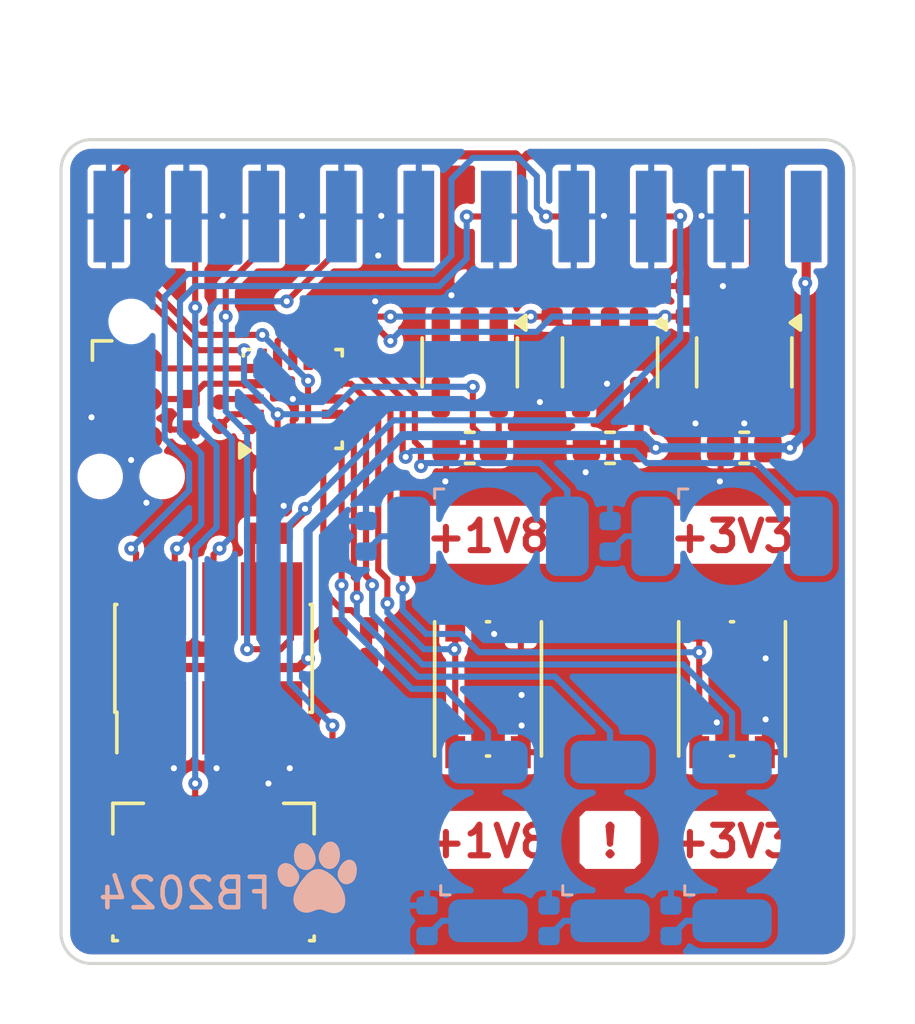
<source format=kicad_pcb>
(kicad_pcb (version 20240108) (generator "pcbnew") (generator_version "8.0")
  (layers (0 "F.Cu" signal) (31 "B.Cu" signal) (34 "B.Paste" user) (35 "F.Paste" user) (36 "B.SilkS" user "B.Silkscreen") (37 "F.SilkS" user "F.Silkscreen") (38 "B.Mask" user) (39 "F.Mask" user) (44 "Edge.Cuts" user))
  (net 0 "")
  (net 1 "+5V")
  (net 2 "GND")
  (net 3 "+3V3")
  (net 4 "/AIN_VCC")
  (net 5 "VCC")
  (net 6 "/UART_RX")
  (net 7 "/UART_TX")
  (net 10 "/JTAG_TMS")
  (net 11 "/JTAG_TCK")
  (net 12 "/JTAG_TDO")
  (net 14 "/JTAG_TDI")
  (net 15 "/RESET")
  (net 16 "Net-(D1-K)")
  (net 19 "/LED3")
  (net 20 "Net-(D2-K)")
  (net 21 "/LED4")
  (net 22 "Net-(D3-K)")
  (net 23 "/LED2")
  (net 24 "Net-(D4-K)")
  (net 25 "/LED1")
  (net 27 "/LED0")
  (net 28 "Net-(D5-K)")
  (net 29 "Net-(J3-Pin_5)")
  (net 30 "/STM32_SWDIO")
  (net 32 "/STM32_RESET")
  (net 33 "/STM32_SWCLK")
  (net 34 "/EN_1V8")
  (net 35 "/EN_3V3")
  (net 38 "/SW1")
  (net 39 "/SW0")
  (net 40 "Net-(U5-PB6)")
  (net 41 "Net-(U5-PB7)")
  (footprint "Connector_PinSocket_2.54mm:PinSocket_2x10_P2.54mm_Vertical_SMD" (layer "F.Cu") (at 162 96 -90)
    (property "Reference" "J3" (hide yes))
    (property "Value" "Conn_02x10_Odd_Even")
  )
  (footprint "Package_DFN_QFN:ST_UFQFPN-20_3x3mm_P0.5mm" (layer "F.Cu") (at 156.6 104.5 90)
    (property "Reference" "U5" (hide yes))
    (property "Value" "STM32C011F6Ux")
  )
  (footprint "Connector_PinHeader_1.27mm:PinHeader_2x05_P1.27mm_Vertical_SMD" (layer "F.Cu") (at 154 113 90)
    (property "Reference" "J2" (hide yes))
    (property "Value" "Conn_02x05_Odd_Even")
  )
  (footprint "Connector:Tag-Connect_TC2030-IDC-NL_2x03_P1.27mm_Vertical" (layer "F.Cu") (at 151.3 104.5 -90)
    (property "Reference" "J4" (hide yes))
    (property "Value" "TC2030-IDC-NL")
  )
  (footprint "balto:R_0402_Worthington" (layer "F.Cu") (at 165.1 101.3 90)
    (property "Reference" "R2" (hide yes))
    (property "Value" "10k")
  )
  (footprint "TestPoint:TestPoint_Pad_D1.0mm" (layer "F.Cu") (at 154.2 104.6 -90)
    (property "Reference" "TP1" (hide yes))
    (property "Value" "TestPoint")
  )
  (footprint "Capacitor_SMD:C_0603_1608Metric" (layer "F.Cu") (at 162.4 106.1 180)
    (property "Reference" "C7" (hide yes))
    (property "Value" "10u")
  )
  (footprint "balto:R_0402_Worthington" (layer "F.Cu") (at 158.6 112)
    (property "Reference" "R11" (hide yes))
    (property "Value" "100k")
  )
  (footprint "balto:R_0402_Worthington" (layer "F.Cu") (at 153.2 105 -90)
    (property "Reference" "R10" (hide yes))
    (property "Value" "10k")
  )
  (footprint "balto:R_0402_Worthington" (layer "F.Cu") (at 158.6 114 180)
    (property "Reference" "R12" (hide yes))
    (property "Value" "100k")
  )
  (footprint "balto:C_0402_Worthington" (layer "F.Cu") (at 162.9 100.8 180)
    (property "Reference" "C6" (hide yes))
    (property "Value" "1u")
  )
  (footprint "TestPoint:TestPoint_Pad_D1.0mm" (layer "F.Cu") (at 154.2 105.4 -90)
    (property "Reference" "TP2" (hide yes))
    (property "Value" "TestPoint")
  )
  (footprint "Capacitor_SMD:C_0603_1608Metric" (layer "F.Cu") (at 171.4 106.1 180)
    (property "Reference" "C2" (hide yes))
    (property "Value" "10u")
  )
  (footprint "Package_TO_SOT_SMD:SOT-23-5" (layer "F.Cu") (at 162.4 103.3 -90)
    (property "Reference" "U4" (hide yes))
    (property "Value" "TPS7A0333DBVR")
  )
  (footprint "Button_Switch_SMD:SW_Push_1P1T_NO_Vertical_Wuerth_434133025816" (layer "F.Cu") (at 163 114 90)
    (property "Reference" "SW1" (hide yes))
    (property "Value" "SW_Push")
  )
  (footprint "Package_TO_SOT_SMD:SOT-23-5" (layer "F.Cu") (at 171.4 103.3 -90)
    (property "Reference" "U1" (hide yes))
    (property "Value" "TPS7A0333DBVR")
  )
  (footprint "Package_TO_SOT_SMD:SOT-23-5" (layer "F.Cu") (at 167 103.3 -90)
    (property "Reference" "U2" (hide yes))
    (property "Value" "TPS7A0333DBVR")
  )
  (footprint "Capacitor_SMD:C_0603_1608Metric" (layer "F.Cu") (at 167 106.1 180)
    (property "Reference" "C4" (hide yes))
    (property "Value" "10u")
  )
  (footprint "balto:R_0402_Worthington" (layer "F.Cu") (at 155.8 108.9)
    (property "Reference" "R5" (hide yes))
    (property "Value" "10k")
  )
  (footprint "balto:R_0402_Worthington" (layer "F.Cu") (at 157.9 116.5 90)
    (property "Reference" "R6" (hide yes))
    (property "Value" "10k")
  )
  (footprint "balto:C_0402_Worthington" (layer "F.Cu") (at 171.9 100.8 180)
    (property "Reference" "C1" (hide yes))
    (property "Value" "1u")
  )
  (footprint "balto:EZmate-4" (layer "F.Cu") (at 154 120)
    (property "Reference" "J1" (hide yes))
    (property "Value" "EZmate-4")
  )
  (footprint "balto:R_0402_Worthington" (layer "F.Cu") (at 169.5 101.3 90)
    (property "Reference" "R3" (hide yes))
    (property "Value" "10k")
  )
  (footprint "balto:C_0402_Worthington" (layer "F.Cu") (at 158.6 113 180)
    (property "Reference" "C10" (hide yes))
    (property "Value" "100n")
  )
  (footprint "balto:C_0402_Worthington" (layer "F.Cu") (at 167.5 100.8 180)
    (property "Reference" "C3" (hide yes))
    (property "Value" "1u")
  )
  (footprint "Button_Switch_SMD:SW_Push_1P1T_NO_Vertical_Wuerth_434133025816" (layer "F.Cu") (at 171 114 90)
    (property "Reference" "SW2" (hide yes))
    (property "Value" "SW_Push")
  )
  (footprint "balto:C_0402_Worthington" (layer "F.Cu") (at 156.3 107.2)
    (property "Reference" "C5" (hide yes))
    (property "Value" "100n")
  )
  (footprint "balto:LED_AA3528" (layer "B.Cu") (at 167 119 90)
    (property "Reference" "D4" (hide yes))
    (property "Value" "Yellow")
  )
  (footprint "balto:LED_AA3528" (layer "B.Cu") (at 163 119 90)
    (property "Reference" "D5" (hide yes))
    (property "Value" "Green")
  )
  (footprint "balto:LED_AA3528" (layer "B.Cu") (at 171 119 90)
    (property "Reference" "D3" (hide yes))
    (property "Value" "Green")
  )
  (footprint "balto:R_0402_Worthington" (layer "B.Cu") (at 159 109 90)
    (property "Reference" "R4" (hide yes))
    (property "Value" "1k")
  )
  (footprint "balto:LED_AA3528" (layer "B.Cu") (at 163 109)
    (property "Reference" "D2" (hide yes))
    (property "Value" "Red")
  )
  (footprint "balto:R_0402_Worthington" (layer "B.Cu") (at 167 109 90)
    (property "Reference" "R1" (hide yes))
    (property "Value" "1k")
  )
  (footprint "balto:R_0402_Worthington" (layer "B.Cu") (at 169 121.6 90)
    (property "Reference" "R7" (hide yes))
    (property "Value" "1k")
  )
  (footprint "balto:R_0402_Worthington" (layer "B.Cu") (at 165 121.6 90)
    (property "Reference" "R8" (hide yes))
    (property "Value" "1k")
  )
  (footprint "balto:paw" (layer "B.Cu") (at 157.4 120.2 180)
    (property "Reference" "G***" (hide yes))
    (property "Value" "LOGO" (hide yes))
  )
  (footprint "balto:LED_AA3528" (layer "B.Cu") (at 171 109)
    (property "Reference" "D1" (hide yes))
    (property "Value" "Red")
  )
  (footprint "balto:R_0402_Worthington" (layer "B.Cu") (at 161 121.6 90)
    (property "Reference" "R9" (hide yes))
    (property "Value" "1k")
  )
  (gr_line (start 150 96) (end 174 96) (stroke (width 0.1)) (layer "Edge.Cuts"))
  (gr_arc (start 174 96) (mid 174.707107 96.292893) (end 175 97) (stroke (width 0.1)) (layer "Edge.Cuts"))
  (gr_line (start 149 122) (end 149 97) (stroke (width 0.1)) (layer "Edge.Cuts"))
  (gr_arc (start 175 122) (mid 174.707107 122.707107) (end 174 123) (stroke (width 0.1)) (layer "Edge.Cuts"))
  (gr_line (start 174 123) (end 150 123) (stroke (width 0.1)) (layer "Edge.Cuts"))
  (gr_line (start 175 97) (end 175 122) (stroke (width 0.1)) (layer "Edge.Cuts"))
  (gr_arc (start 150 123) (mid 149.292893 122.707107) (end 149 122) (stroke (width 0.1)) (layer "Edge.Cuts"))
  (gr_arc (start 149 97) (mid 149.292893 96.292893) (end 150 96) (stroke (width 0.1)) (layer "Edge.Cuts"))
  (gr_text "+3V3" (at 171 109 0) (layer "F.Cu") (effects (font (size 1 1) (thickness 0.2) (bold yes))))
  (gr_text "+1V8" (at 163 119 0) (layer "F.Cu") (effects (font (size 1 1) (thickness 0.2))))
  (gr_text "+1V8" (at 163 109 0) (layer "F.Cu") (effects (font (size 1 1) (thickness 0.2))))
  (gr_text "!" (at 167 119 0) (layer "F.Cu") (effects (font (size 1 1) (thickness 0.2) (bold yes))))
  (gr_text "+3V3" (at 171 119 0) (layer "F.Cu") (effects (font (size 1 1) (thickness 0.2) (bold yes))))
  (gr_text "FB2024" (at 156 120.7 0) (layer "B.SilkS") (effects (font (size 1 1)) (justify left mirror)))
  (segment (start 164.3 96.5) (end 164.1 96.7) (width 0.3) (layer "F.Cu") (net 1))
  (segment (start 163.9 96.5) (end 164.1 96.7) (width 0.3) (layer "F.Cu") (net 1))
  (segment (start 167.5 96.7) (end 167.3 96.5) (width 0.3) (layer "F.Cu") (net 1))
  (segment (start 163.35 102.1625) (end 163.35 100.85) (width 0.2) (layer "F.Cu") (net 1))
  (segment (start 150.57 97.43) (end 151.5 96.5) (width 0.3) (layer "F.Cu") (net 1))
  (segment (start 167.5 100.3) (end 168 100.8) (width 0.3) (layer "F.Cu") (net 1))
  (segment (start 172.35 100.85) (end 172.4 100.8) (width 0.2) (layer "F.Cu") (net 1))
  (segment (start 172.35 102.1625) (end 172.35 100.85) (width 0.2) (layer "F.Cu") (net 1))
  (segment (start 167.3 96.5) (end 164.3 96.5) (width 0.3) (layer "F.Cu") (net 1))
  (segment (start 163.9 96.5) (end 151.5 96.5) (width 0.3) (layer "F.Cu") (net 1))
  (segment (start 164.1 100.5) (end 163.8 100.8) (width 0.3) (layer "F.Cu") (net 1))
  (segment (start 163.35 102.95) (end 163.2 103.1) (width 0.2) (layer "F.Cu") (net 1))
  (segment (start 167.95 100.85) (end 168 100.8) (width 0.2) (layer "F.Cu") (net 1))
  (segment (start 171.4 96.5) (end 171.7 96.8) (width 0.3) (layer "F.Cu") (net 1))
  (segment (start 167.5 96.7) (end 167.5 100.3) (width 0.3) (layer "F.Cu") (net 1))
  (segment (start 171.7 96.8) (end 171.7 100.1) (width 0.3) (layer "F.Cu") (net 1))
  (segment (start 163.35 100.85) (end 163.4 100.8) (width 0.2) (layer "F.Cu") (net 1))
  (segment (start 161.6 103.1) (end 161.45 102.95) (width 0.2) (layer "F.Cu") (net 1))
  (segment (start 168 100.7) (end 168 100.8) (width 0.3) (layer "F.Cu") (net 1))
  (segment (start 161.45 102.95) (end 161.45 102.1625) (width 0.2) (layer "F.Cu") (net 1))
  (segment (start 163.8 100.8) (end 163.4 100.8) (width 0.3) (layer "F.Cu") (net 1))
  (segment (start 171.7 100.1) (end 172.4 100.8) (width 0.3) (layer "F.Cu") (net 1))
  (segment (start 164.1 96.7) (end 164.1 100.5) (width 0.3) (layer "F.Cu") (net 1))
  (segment (start 163.35 102.1625) (end 163.35 102.95) (width 0.2) (layer "F.Cu") (net 1))
  (segment (start 167.7 96.5) (end 171.4 96.5) (width 0.3) (layer "F.Cu") (net 1))
  (segment (start 167.95 102.1625) (end 167.95 100.85) (width 0.2) (layer "F.Cu") (net 1))
  (segment (start 167.5 96.7) (end 167.7 96.5) (width 0.3) (layer "F.Cu") (net 1))
  (segment (start 163.2 103.1) (end 161.6 103.1) (width 0.2) (layer "F.Cu") (net 1))
  (segment (start 150.57 98.52) (end 150.57 97.43) (width 0.3) (layer "F.Cu") (net 1))
  (segment (start 156.6 107) (end 156.8 107.2) (width 0.2) (layer "F.Cu") (net 2))
  (segment (start 156.3 107.7) (end 156.3 108) (width 0.2) (layer "F.Cu") (net 2))
  (segment (start 156.8 107.2) (end 156.3 107.7) (width 0.2) (layer "F.Cu") (net 2))
  (segment (start 156.6 105.8) (end 156.6 107) (width 0.2) (layer "F.Cu") (net 2))
  (via (at 151.8 107.9) (size 0.45) (drill 0.2) (layers "F.Cu" "B.Cu") (net 2))
  (via (at 172.1 113) (size 0.45) (drill 0.2) (layers "F.Cu" "B.Cu") (net 2))
  (via (at 166.8 98.5) (size 0.45) (drill 0.2) (layers "F.Cu" "B.Cu") (net 2))
  (via (at 161.8 101.1) (size 0.45) (drill 0.2) (layers "F.Cu" "B.Cu") (net 2))
  (via (at 154.3 98.5) (size 0.45) (drill 0.2) (layers "F.Cu" "B.Cu") (net 2))
  (via (at 159.3 101.3) (size 0.45) (drill 0.2) (layers "F.Cu" "B.Cu") (net 2))
  (via (at 161.6 107.2) (size 0.45) (drill 0.2) (layers "F.Cu" "B.Cu") (net 2))
  (via (at 151.9 98.5) (size 0.45) (drill 0.2) (layers "F.Cu" "B.Cu") (net 2))
  (via (at 166.2 106.9) (size 0.45) (drill 0.2) (layers "F.Cu" "B.Cu") (net 2))
  (via (at 155.8 117.1) (size 0.45) (drill 0.2) (layers "F.Cu" "B.Cu") (net 2))
  (via (at 159.5 98.5) (size 0.45) (drill 0.2) (layers "F.Cu" "B.Cu") (net 2))
  (via (at 156.6 104.5) (size 0.45) (drill 0.2) (layers "F.Cu" "B.Cu") (net 2))
  (via (at 156.9 98.5) (size 0.45) (drill 0.2) (layers "F.Cu" "B.Cu") (net 2))
  (via (at 152.7 116.6) (size 0.45) (drill 0.2) (layers "F.Cu" "B.Cu") (net 2))
  (via (at 170.5 115.1) (size 0.45) (drill 0.2) (layers "F.Cu" "B.Cu") (net 2))
  (via (at 159.4 99.8) (size 0.45) (drill 0.2) (layers "F.Cu" "B.Cu") (net 2))
  (via (at 170.6 107.2) (size 0.45) (drill 0.2) (layers "F.Cu" "B.Cu") (net 2))
  (via (at 151.3 106.5) (size 0.45) (drill 0.2) (layers "F.Cu" "B.Cu") (net 2))
  (via (at 154.1 116.6) (size 0.45) (drill 0.2) (layers "F.Cu" "B.Cu") (net 2))
  (via (at 156.3 108) (size 0.45) (drill 0.2) (layers "F.Cu" "B.Cu") (net 2))
  (via (at 164.1 115.2) (size 0.45) (drill 0.2) (layers "F.Cu" "B.Cu") (net 2))
  (via (at 169.8 105.3) (size 0.45) (drill 0.2) (layers "F.Cu" "B.Cu") (net 2))
  (via (at 156.5 116.6) (size 0.45) (drill 0.2) (layers "F.Cu" "B.Cu") (net 2))
  (via (at 164.1 114.2) (size 0.45) (drill 0.2) (layers "F.Cu" "B.Cu") (net 2))
  (via (at 166.9 104) (size 0.45) (drill 0.2) (layers "F.Cu" "B.Cu") (net 2))
  (via (at 170 98.5) (size 0.45) (drill 0.2) (layers "F.Cu" "B.Cu") (net 2))
  (via (at 150 105.1) (size 0.45) (drill 0.2) (layers "F.Cu" "B.Cu") (net 2))
  (via (at 170.7 100.8) (size 0.45) (drill 0.2) (layers "F.Cu" "B.Cu") (net 2))
  (via (at 172.1 115) (size 0.45) (drill 0.2) (layers "F.Cu" "B.Cu") (net 2))
  (via (at 163.2 112.2) (size 0.45) (drill 0.2) (layers "F.Cu" "B.Cu") (net 2))
  (via (at 164.7 104.6) (size 0.45) (drill 0.2) (layers "F.Cu" "B.Cu") (net 2))
  (via (at 171.4 105.3) (size 0.45) (drill 0.2) (layers "F.Cu" "B.Cu") (net 2))
  (segment (start 162.5 104.1) (end 162.5 105.425) (width 0.2) (layer "F.Cu") (net 3))
  (segment (start 150.4 101.4) (end 150.4 102.965) (width 0.2) (layer "F.Cu") (net 3))
  (segment (start 153.5 102.9) (end 151.7 101.1) (width 0.2) (layer "F.Cu") (net 3))
  (segment (start 156.1 105.8) (end 156.1 106.9) (width 0.2) (layer "F.Cu") (net 3))
  (segment (start 156.1 105) (end 156.1 105.8) (width 0.2) (layer "F.Cu") (net 3))
  (segment (start 163.35 105.925) (end 163.175 106.1) (width 0.2) (layer "F.Cu") (net 3))
  (segment (start 156.1 106.9) (end 155.8 107.2) (width 0.2) (layer "F.Cu") (net 3))
  (segment (start 155 102.9) (end 153.5 102.9) (width 0.2) (layer "F.Cu") (net 3))
  (segment (start 150.4 102.965) (end 150.665 103.23) (width 0.2) (layer "F.Cu") (net 3))
  (segment (start 162.5 105.425) (end 163.175 106.1) (width 0.2) (layer "F.Cu") (net 3))
  (segment (start 163.35 104.4375) (end 163.35 105.925) (width 0.2) (layer "F.Cu") (net 3))
  (segment (start 151.7 101.1) (end 150.7 101.1) (width 0.2) (layer "F.Cu") (net 3))
  (segment (start 150.7 101.1) (end 150.4 101.4) (width 0.2) (layer "F.Cu") (net 3))
  (via (at 156.1 105) (size 0.45) (drill 0.2) (layers "F.Cu" "B.Cu") (net 3))
  (via (at 162.5 104.1) (size 0.45) (drill 0.2) (layers "F.Cu" "B.Cu") (net 3))
  (via (at 155 102.9) (size 0.45) (drill 0.2) (layers "F.Cu" "B.Cu") (net 3))
  (segment (start 156.1 105) (end 155 103.9) (width 0.2) (layer "B.Cu") (net 3))
  (segment (start 155 103.9) (end 155 102.9) (width 0.2) (layer "B.Cu") (net 3))
  (segment (start 162.5 104.1) (end 158.65 104.1) (width 0.2) (layer "B.Cu") (net 3))
  (segment (start 157.75 105) (end 156.1 105) (width 0.2) (layer "B.Cu") (net 3))
  (segment (start 158.65 104.1) (end 157.75 105) (width 0.2) (layer "B.Cu") (net 3))
  (segment (start 159.1 114) (end 159.1 113) (width 0.2) (layer "F.Cu") (net 4))
  (segment (start 157.6 105.975) (end 157.6 110.8) (width 0.2) (layer "F.Cu") (net 4))
  (segment (start 159.1 113) (end 159.1 112) (width 0.2) (layer "F.Cu") (net 4))
  (segment (start 157.6 110.8) (end 158.218198 111.418198) (width 0.2) (layer "F.Cu") (net 4))
  (segment (start 158.518198 111.418198) (end 159.1 112) (width 0.2) (layer "F.Cu") (net 4))
  (segment (start 158.218198 111.418198) (end 158.518198 111.418198) (width 0.2) (layer "F.Cu") (net 4))
  (segment (start 152.3 113.3) (end 156.8 113.3) (width 0.3) (layer "F.Cu") (net 5))
  (segment (start 167.95 104.4375) (end 167.95 105.925) (width 0.3) (layer "F.Cu") (net 5))
  (segment (start 172.175 106.1) (end 172.9 106.1) (width 0.3) (layer "F.Cu") (net 5))
  (segment (start 151.46 116.46) (end 152.2 117.2) (width 0.3) (layer "F.Cu") (net 5))
  (segment (start 152.2 117.2) (end 152.2 117.915) (width 0.3) (layer "F.Cu") (net 5))
  (segment (start 167.775 106.1) (end 168.5 106.1) (width 0.3) (layer "F.Cu") (net 5))
  (segment (start 151.46 114.95) (end 151.46 114.14) (width 0.3) (layer "F.Cu") (net 5))
  (segment (start 156.8 113.3) (end 157.1 113) (width 0.3) (layer "F.Cu") (net 5))
  (segment (start 172.35 104.4375) (end 172.35 105.925) (width 0.3) (layer "F.Cu") (net 5))
  (segment (start 151.46 114.14) (end 152.3 113.3) (width 0.3) (layer "F.Cu") (net 5))
  (segment (start 173.43 98.52) (end 173.43 100.67) (width 0.3) (layer "F.Cu") (net 5))
  (segment (start 157.1 112.5) (end 157.6 112) (width 0.3) (layer "F.Cu") (net 5))
  (segment (start 157.1 113) (end 157.1 112.5) (width 0.3) (layer "F.Cu") (net 5))
  (segment (start 157.6 112) (end 158.1 112) (width 0.3) (layer "F.Cu") (net 5))
  (segment (start 167.95 105.925) (end 167.775 106.1) (width 0.3) (layer "F.Cu") (net 5))
  (segment (start 151.46 114.95) (end 151.46 116.46) (width 0.3) (layer "F.Cu") (net 5))
  (segment (start 173.43 100.67) (end 173.4 100.7) (width 0.3) (layer "F.Cu") (net 5))
  (segment (start 172.35 105.925) (end 172.175 106.1) (width 0.3) (layer "F.Cu") (net 5))
  (via (at 157.1 113) (size 0.45) (drill 0.2) (layers "F.Cu" "B.Cu") (net 5))
  (via (at 168.5 106.1) (size 0.45) (drill 0.2) (layers "F.Cu" "B.Cu") (net 5))
  (via (at 172.9 106.1) (size 0.45) (drill 0.2) (layers "F.Cu" "B.Cu") (net 5))
  (via (at 173.4 100.7) (size 0.45) (drill 0.2) (layers "F.Cu" "B.Cu") (net 5))
  (segment (start 172.9 106.1) (end 168.5 106.1) (width 0.3) (layer "B.Cu") (net 5))
  (segment (start 157.1 108.8) (end 157.1 113) (width 0.3) (layer "B.Cu") (net 5))
  (segment (start 172.9 106.1) (end 173.4 105.6) (width 0.3) (layer "B.Cu") (net 5))
  (segment (start 168.5 106.1) (end 168.1 105.7) (width 0.3) (layer "B.Cu") (net 5))
  (segment (start 173.4 105.6) (end 173.4 100.7) (width 0.3) (layer "B.Cu") (net 5))
  (segment (start 168.1 105.7) (end 160.2 105.7) (width 0.3) (layer "B.Cu") (net 5))
  (segment (start 160.2 105.7) (end 157.1 108.8) (width 0.3) (layer "B.Cu") (net 5))
  (segment (start 153.4 101.5) (end 153.4 99.78) (width 0.2) (layer "F.Cu") (net 6))
  (segment (start 153.4 99.78) (end 153.11 99.49) (width 0.2) (layer "F.Cu") (net 6))
  (segment (start 153.11 99.49) (end 153.11 98.52) (width 0.2) (layer "F.Cu") (net 6))
  (segment (start 153.4 117.915) (end 153.4 117.1) (width 0.2) (layer "F.Cu") (net 6))
  (via (at 153.4 101.5) (size 0.45) (drill 0.2) (layers "F.Cu" "B.Cu") (net 6))
  (via (at 153.4 117.1) (size 0.45) (drill 0.2) (layers "F.Cu" "B.Cu") (net 6))
  (segment (start 153.4 109.4) (end 154.1 108.7) (width 0.2) (layer "B.Cu") (net 6))
  (segment (start 154.1 106.05) (end 153.4 105.35) (width 0.2) (layer "B.Cu") (net 6))
  (segment (start 153.4 117.1) (end 153.4 109.4) (width 0.2) (layer "B.Cu") (net 6))
  (segment (start 153.4 105.35) (end 153.4 101.5) (width 0.2) (layer "B.Cu") (net 6))
  (segment (start 154.1 108.7) (end 154.1 106.05) (width 0.2) (layer "B.Cu") (net 6))
  (segment (start 154.6 118.1) (end 155.1 118.6) (width 0.2) (layer "F.Cu") (net 7))
  (segment (start 155.1 118.6) (end 156.3 118.6) (width 0.2) (layer "F.Cu") (net 7))
  (segment (start 156.3 118.6) (end 157.9 117) (width 0.2) (layer "F.Cu") (net 7))
  (segment (start 154.6 117.915) (end 154.6 118.1) (width 0.2) (layer "F.Cu") (net 7))
  (segment (start 151.3 109.4) (end 151.46 109.56) (width 0.2) (layer "F.Cu") (net 10))
  (segment (start 151.46 109.56) (end 151.46 111.05) (width 0.2) (layer "F.Cu") (net 10))
  (segment (start 164.9 98.52) (end 165.81 98.52) (width 0.2) (layer "F.Cu") (net 10))
  (via (at 151.3 109.4) (size 0.45) (drill 0.2) (layers "F.Cu" "B.Cu") (net 10))
  (via (at 164.9 98.52) (size 0.45) (drill 0.2) (layers "F.Cu" "B.Cu") (net 10))
  (segment (start 162.5 96.6) (end 164 96.6) (width 0.2) (layer "B.Cu") (net 10))
  (segment (start 153.2 106.6) (end 152.4 105.8) (width 0.2) (layer "B.Cu") (net 10))
  (segment (start 161.8 97.3) (end 162.5 96.6) (width 0.2) (layer "B.Cu") (net 10))
  (segment (start 161.2 100.4) (end 161.8 99.8) (width 0.2) (layer "B.Cu") (net 10))
  (segment (start 151.3 109.4) (end 153.2 107.5) (width 0.2) (layer "B.Cu") (net 10))
  (segment (start 164 96.6) (end 164.6 97.2) (width 0.2) (layer "B.Cu") (net 10))
  (segment (start 152.4 105.8) (end 152.4 101.15) (width 0.2) (layer "B.Cu") (net 10))
  (segment (start 153.2 107.5) (end 153.2 106.6) (width 0.2) (layer "B.Cu") (net 10))
  (segment (start 164.6 97.2) (end 164.6 98.22) (width 0.2) (layer "B.Cu") (net 10))
  (segment (start 152.4 101.15) (end 153.15 100.4) (width 0.2) (layer "B.Cu") (net 10))
  (segment (start 164.6 98.22) (end 164.9 98.52) (width 0.2) (layer "B.Cu") (net 10))
  (segment (start 153.15 100.4) (end 161.2 100.4) (width 0.2) (layer "B.Cu") (net 10))
  (segment (start 161.8 99.8) (end 161.8 97.3) (width 0.2) (layer "B.Cu") (net 10))
  (segment (start 152.73 109.47) (end 152.73 111.05) (width 0.2) (layer "F.Cu") (net 11))
  (segment (start 152.8 109.4) (end 152.73 109.47) (width 0.2) (layer "F.Cu") (net 11))
  (segment (start 162.3 98.52) (end 163.27 98.52) (width 0.2) (layer "F.Cu") (net 11))
  (via (at 162.3 98.52) (size 0.45) (drill 0.2) (layers "F.Cu" "B.Cu") (net 11))
  (via (at 152.8 109.4) (size 0.45) (drill 0.2) (layers "F.Cu" "B.Cu") (net 11))
  (segment (start 152.9 105.6) (end 153.6 106.3) (width 0.2) (layer "B.Cu") (net 11))
  (segment (start 161.4 100.8) (end 153.4 100.8) (width 0.2) (layer "B.Cu") (net 11))
  (segment (start 153.6 106.3) (end 153.6 108.6) (width 0.2) (layer "B.Cu") (net 11))
  (segment (start 153.4 100.8) (end 152.9 101.3) (width 0.2) (layer "B.Cu") (net 11))
  (segment (start 162.3 99.9) (end 161.4 100.8) (width 0.2) (layer "B.Cu") (net 11))
  (segment (start 153.6 108.6) (end 152.8 109.4) (width 0.2) (layer "B.Cu") (net 11))
  (segment (start 152.9 101.3) (end 152.9 105.6) (width 0.2) (layer "B.Cu") (net 11))
  (segment (start 162.3 98.52) (end 162.3 99.9) (width 0.2) (layer "B.Cu") (net 11))
  (segment (start 158.19 99.51) (end 158.19 98.52) (width 0.2) (layer "F.Cu") (net 12))
  (segment (start 154 109.6) (end 154.2 109.4) (width 0.2) (layer "F.Cu") (net 12))
  (segment (start 156.4 101.3) (end 158.19 99.51) (width 0.2) (layer "F.Cu") (net 12))
  (segment (start 154 111.05) (end 154 109.6) (width 0.2) (layer "F.Cu") (net 12))
  (via (at 154.2 109.4) (size 0.45) (drill 0.2) (layers "F.Cu" "B.Cu") (net 12))
  (via (at 156.4 101.3) (size 0.45) (drill 0.2) (layers "F.Cu" "B.Cu") (net 12))
  (segment (start 154.6 109) (end 154.6 105.8) (width 0.2) (layer "B.Cu") (net 12))
  (segment (start 153.9 101.525) (end 154.125 101.3) (width 0.2) (layer "B.Cu") (net 12))
  (segment (start 154.2 109.4) (end 154.6 109) (width 0.2) (layer "B.Cu") (net 12))
  (segment (start 153.9 105.1) (end 153.9 101.525) (width 0.2) (layer "B.Cu") (net 12))
  (segment (start 154.6 105.8) (end 153.9 105.1) (width 0.2) (layer "B.Cu") (net 12))
  (segment (start 154.125 101.3) (end 156.4 101.3) (width 0.2) (layer "B.Cu") (net 12))
  (segment (start 155.27 111.05) (end 155.27 108.93) (width 0.2) (layer "F.Cu") (net 14))
  (segment (start 155.27 108.93) (end 155.3 108.9) (width 0.2) (layer "F.Cu") (net 14))
  (segment (start 155.1 112.7) (end 156.2 112.7) (width 0.2) (layer "F.Cu") (net 15))
  (segment (start 156.2 112.7) (end 156.54 112.36) (width 0.2) (layer "F.Cu") (net 15))
  (segment (start 154.4 100.8) (end 155.65 99.55) (width 0.2) (layer "F.Cu") (net 15))
  (segment (start 155.65 99.55) (end 155.65 98.52) (width 0.2) (layer "F.Cu") (net 15))
  (segment (start 156.54 112.36) (end 156.54 111.05) (width 0.2) (layer "F.Cu") (net 15))
  (segment (start 154.4 101.8) (end 154.4 100.8) (width 0.2) (layer "F.Cu") (net 15))
  (via (at 154.4 101.8) (size 0.45) (drill 0.2) (layers "F.Cu" "B.Cu") (net 15))
  (via (at 155.1 112.7) (size 0.45) (drill 0.2) (layers "F.Cu" "B.Cu") (net 15))
  (segment (start 154.4 104.9) (end 154.4 101.8) (width 0.2) (layer "B.Cu") (net 15))
  (segment (start 155.1 105.6) (end 154.4 104.9) (width 0.2) (layer "B.Cu") (net 15))
  (segment (start 155.1 112.7) (end 155.1 105.6) (width 0.2) (layer "B.Cu") (net 15))
  (segment (start 168.4 109) (end 167.5 109) (width 0.2) (layer "B.Cu") (net 16))
  (segment (start 167.5 109) (end 167 109.5) (width 0.2) (layer "B.Cu") (net 16))
  (segment (start 160.2 104.5) (end 158.725 103.025) (width 0.2) (layer "F.Cu") (net 19))
  (segment (start 160.3 106.4) (end 160.2 106.3) (width 0.2) (layer "F.Cu") (net 19))
  (segment (start 160.2 106.3) (end 160.2 104.5) (width 0.2) (layer "F.Cu") (net 19))
  (segment (start 158.725 103.025) (end 157.6 103.025) (width 0.2) (layer "F.Cu") (net 19))
  (via (at 160.3 106.4) (size 0.45) (drill 0.2) (layers "F.Cu" "B.Cu") (net 19))
  (segment (start 173.6 108.4) (end 173.6 109) (width 0.2) (layer "B.Cu") (net 19))
  (segment (start 160.3 106.4) (end 160.5 106.2) (width 0.2) (layer "B.Cu") (net 19))
  (segment (start 167.8 106.2) (end 168.2 106.6) (width 0.2) (layer "B.Cu") (net 19))
  (segment (start 171.8 106.6) (end 173.6 108.4) (width 0.2) (layer "B.Cu") (net 19))
  (segment (start 160.5 106.2) (end 167.8 106.2) (width 0.2) (layer "B.Cu") (net 19))
  (segment (start 168.2 106.6) (end 171.8 106.6) (width 0.2) (layer "B.Cu") (net 19))
  (segment (start 159.5 109) (end 159 109.5) (width 0.2) (layer "B.Cu") (net 20))
  (segment (start 160.4 109) (end 159.5 109) (width 0.2) (layer "B.Cu") (net 20))
  (segment (start 160.8 106.7) (end 160.8 106.1) (width 0.2) (layer "F.Cu") (net 21))
  (segment (start 157.1 102.8) (end 157.1 103.2) (width 0.2) (layer "F.Cu") (net 21))
  (segment (start 160.8 106.1) (end 160.6 105.9) (width 0.2) (layer "F.Cu") (net 21))
  (segment (start 158.85 102.6) (end 157.3 102.6) (width 0.2) (layer "F.Cu") (net 21))
  (segment (start 160.6 104.35) (end 158.85 102.6) (width 0.2) (layer "F.Cu") (net 21))
  (segment (start 160.6 105.9) (end 160.6 104.35) (width 0.2) (layer "F.Cu") (net 21))
  (segment (start 157.3 102.6) (end 157.1 102.8) (width 0.2) (layer "F.Cu") (net 21))
  (via (at 160.8 106.7) (size 0.45) (drill 0.2) (layers "F.Cu" "B.Cu") (net 21))
  (segment (start 165.6 107.5) (end 165.6 109) (width 0.2) (layer "B.Cu") (net 21))
  (segment (start 164.7 106.6) (end 165.6 107.5) (width 0.2) (layer "B.Cu") (net 21))
  (segment (start 160.9 106.6) (end 164.7 106.6) (width 0.2) (layer "B.Cu") (net 21))
  (segment (start 160.8 106.7) (end 160.9 106.6) (width 0.2) (layer "B.Cu") (net 21))
  (segment (start 169.5 121.6) (end 169 122.1) (width 0.2) (layer "B.Cu") (net 22))
  (segment (start 171 121.6) (end 169.5 121.6) (width 0.2) (layer "B.Cu") (net 22))
  (segment (start 159 110.3) (end 159.2 110.5) (width 0.2) (layer "F.Cu") (net 23))
  (segment (start 158.4 104.5) (end 159 105.1) (width 0.2) (layer "F.Cu") (net 23))
  (segment (start 157.9 104.5) (end 158.4 104.5) (width 0.2) (layer "F.Cu") (net 23))
  (segment (start 159 105.1) (end 159 110.3) (width 0.2) (layer "F.Cu") (net 23))
  (segment (start 159.2 110.5) (end 159.2 110.6) (width 0.2) (layer "F.Cu") (net 23))
  (via (at 159.2 110.6) (size 0.45) (drill 0.2) (layers "F.Cu" "B.Cu") (net 23))
  (segment (start 171 116.4) (end 171 114.8) (width 0.2) (layer "B.Cu") (net 23))
  (segment (start 159.2 111.55) (end 159.2 110.6) (width 0.2) (layer "B.Cu") (net 23))
  (segment (start 171 114.8) (end 169.4 113.2) (width 0.2) (layer "B.Cu") (net 23))
  (segment (start 169.4 113.2) (end 160.85 113.2) (width 0.2) (layer "B.Cu") (net 23))
  (segment (start 160.85 113.2) (end 159.2 111.55) (width 0.2) (layer "B.Cu") (net 23))
  (segment (start 167 121.6) (end 165.5 121.6) (width 0.2) (layer "B.Cu") (net 24))
  (segment (start 165.5 121.6) (end 165 122.1) (width 0.2) (layer "B.Cu") (net 24))
  (segment (start 158.6 110.335095) (end 158.6 105.3) (width 0.2) (layer "F.Cu") (net 25))
  (segment (start 158.6 105.3) (end 158.3 105) (width 0.2) (layer "F.Cu") (net 25))
  (segment (start 158.7 111) (end 158.7 110.435095) (width 0.2) (layer "F.Cu") (net 25))
  (segment (start 158.7 110.435095) (end 158.6 110.335095) (width 0.2) (layer "F.Cu") (net 25))
  (segment (start 158.3 105) (end 157.9 105) (width 0.2) (layer "F.Cu") (net 25))
  (via (at 158.7 111) (size 0.45) (drill 0.2) (layers "F.Cu" "B.Cu") (net 25))
  (segment (start 165.2 113.6) (end 167 115.4) (width 0.2) (layer "B.Cu") (net 25))
  (segment (start 160.7 113.6) (end 165.2 113.6) (width 0.2) (layer "B.Cu") (net 25))
  (segment (start 167 115.4) (end 167 116.4) (width 0.2) (layer "B.Cu") (net 25))
  (segment (start 158.7 111) (end 158.7 111.6) (width 0.2) (layer "B.Cu") (net 25))
  (segment (start 158.7 111.6) (end 160.7 113.6) (width 0.2) (layer "B.Cu") (net 25))
  (segment (start 158.2 110.6) (end 158.2 105.625) (width 0.2) (layer "F.Cu") (net 27))
  (segment (start 158.2 105.625) (end 158.075 105.5) (width 0.2) (layer "F.Cu") (net 27))
  (via (at 158.2 110.6) (size 0.45) (drill 0.2) (layers "F.Cu" "B.Cu") (net 27))
  (segment (start 161.6 114) (end 163 115.4) (width 0.2) (layer "B.Cu") (net 27))
  (segment (start 158.2 110.6) (end 158.2 111.7) (width 0.2) (layer "B.Cu") (net 27))
  (segment (start 158.2 111.7) (end 160.5 114) (width 0.2) (layer "B.Cu") (net 27))
  (segment (start 160.5 114) (end 161.6 114) (width 0.2) (layer "B.Cu") (net 27))
  (segment (start 163 115.4) (end 163 116.4) (width 0.2) (layer "B.Cu") (net 27))
  (segment (start 161.5 121.6) (end 161 122.1) (width 0.2) (layer "B.Cu") (net 28))
  (segment (start 163 121.6) (end 161.5 121.6) (width 0.2) (layer "B.Cu") (net 28))
  (segment (start 157 108.2) (end 156.3 108.9) (width 0.2) (layer "F.Cu") (net 29))
  (segment (start 168.35 98.52) (end 169.28 98.52) (width 0.2) (layer "F.Cu") (net 29))
  (segment (start 157.9 116) (end 157.9 115.2) (width 0.2) (layer "F.Cu") (net 29))
  (segment (start 169.28 98.52) (end 169.3 98.5) (width 0.2) (layer "F.Cu") (net 29))
  (segment (start 157 108.1) (end 157 108.2) (width 0.2) (layer "F.Cu") (net 29))
  (via (at 157.9 115.2) (size 0.45) (drill 0.2) (layers "F.Cu" "B.Cu") (net 29))
  (via (at 169.3 98.5) (size 0.45) (drill 0.2) (layers "F.Cu" "B.Cu") (net 29))
  (via (at 157 108.1) (size 0.45) (drill 0.2) (layers "F.Cu" "B.Cu") (net 29))
  (segment (start 156.5 108.6) (end 156.5 113.8) (width 0.2) (layer "B.Cu") (net 29))
  (segment (start 156.5 113.8) (end 157.9 115.2) (width 0.2) (layer "B.Cu") (net 29))
  (segment (start 159.9 105.2) (end 166.6 105.2) (width 0.2) (layer "B.Cu") (net 29))
  (segment (start 157 108.1) (end 156.5 108.6) (width 0.2) (layer "B.Cu") (net 29))
  (segment (start 166.6 105.2) (end 169.3 102.5) (width 0.2) (layer "B.Cu") (net 29))
  (segment (start 157 108.1) (end 159.9 105.2) (width 0.2) (layer "B.Cu") (net 29))
  (segment (start 169.3 102.5) (end 169.3 98.5) (width 0.2) (layer "B.Cu") (net 29))
  (segment (start 155.125 103.5) (end 152.205 103.5) (width 0.2) (layer "F.Cu") (net 30))
  (segment (start 152.205 103.5) (end 151.935 103.23) (width 0.2) (layer "F.Cu") (net 30))
  (segment (start 150 103.835) (end 150.665 104.5) (width 0.2) (layer "F.Cu") (net 32))
  (segment (start 151.8 100.7) (end 150.5 100.7) (width 0.2) (layer "F.Cu") (net 32))
  (segment (start 150 101.2) (end 150 103.835) (width 0.2) (layer "F.Cu") (net 32))
  (segment (start 155.6 102.4) (end 153.5 102.4) (width 0.2) (layer "F.Cu") (net 32))
  (segment (start 153.5 102.4) (end 151.8 100.7) (width 0.2) (layer "F.Cu") (net 32))
  (segment (start 157.1 103.9) (end 157.1 105.8) (width 0.2) (layer "F.Cu") (net 32))
  (segment (start 150.5 100.7) (end 150 101.2) (width 0.2) (layer "F.Cu") (net 32))
  (via (at 155.6 102.4) (size 0.45) (drill 0.2) (layers "F.Cu" "B.Cu") (net 32))
  (via (at 157.1 103.9) (size 0.45) (drill 0.2) (layers "F.Cu" "B.Cu") (net 32))
  (segment (start 157.1 103.9) (end 155.6 102.4) (width 0.2) (layer "B.Cu") (net 32))
  (segment (start 155.3 104) (end 153.7 104) (width 0.2) (layer "F.Cu") (net 33))
  (segment (start 153.7 104) (end 153.2 104.5) (width 0.2) (layer "F.Cu") (net 33))
  (segment (start 151.935 104.5) (end 153.2 104.5) (width 0.2) (layer "F.Cu") (net 33))
  (segment (start 156.9 101.8) (end 156.1 102.6) (width 0.2) (layer "F.Cu") (net 34))
  (segment (start 165.1 101.8) (end 164.4 101.8) (width 0.2) (layer "F.Cu") (net 34))
  (segment (start 159.8 101.8) (end 156.9 101.8) (width 0.2) (layer "F.Cu") (net 34))
  (segment (start 166.05 102.1625) (end 165.4625 102.1625) (width 0.2) (layer "F.Cu") (net 34))
  (segment (start 156.1 102.6) (end 156.1 103.2) (width 0.2) (layer "F.Cu") (net 34))
  (segment (start 165.4625 102.1625) (end 165.1 101.8) (width 0.2) (layer "F.Cu") (net 34))
  (via (at 159.8 101.8) (size 0.45) (drill 0.2) (layers "F.Cu" "B.Cu") (net 34))
  (via (at 164.4 101.8) (size 0.45) (drill 0.2) (layers "F.Cu" "B.Cu") (net 34))
  (segment (start 159.8 101.8) (end 164.4 101.8) (width 0.2) (layer "B.Cu") (net 34))
  (segment (start 170.45 102.1625) (end 169.8625 102.1625) (width 0.2) (layer "F.Cu") (net 35))
  (segment (start 169.8625 102.1625) (end 169.5 101.8) (width 0.2) (layer "F.Cu") (net 35))
  (segment (start 169.5 101.8) (end 168.8 101.8) (width 0.2) (layer "F.Cu") (net 35))
  (segment (start 159.8 102.6) (end 159.4 102.2) (width 0.2) (layer "F.Cu") (net 35))
  (segment (start 157 102.2) (end 156.6 102.6) (width 0.2) (layer "F.Cu") (net 35))
  (segment (start 156.6 102.6) (end 156.6 103.2) (width 0.2) (layer "F.Cu") (net 35))
  (segment (start 159.4 102.2) (end 157 102.2) (width 0.2) (layer "F.Cu") (net 35))
  (via (at 159.8 102.6) (size 0.45) (drill 0.2) (layers "F.Cu" "B.Cu") (net 35))
  (via (at 168.8 101.8) (size 0.45) (drill 0.2) (layers "F.Cu" "B.Cu") (net 35))
  (segment (start 159.8 102.6) (end 160.1 102.3) (width 0.2) (layer "B.Cu") (net 35))
  (segment (start 160.1 102.3) (end 164.6 102.3) (width 0.2) (layer "B.Cu") (net 35))
  (segment (start 165.1 101.8) (end 168.8 101.8) (width 0.2) (layer "B.Cu") (net 35))
  (segment (start 164.6 102.3) (end 165.1 101.8) (width 0.2) (layer "B.Cu") (net 35))
  (segment (start 159.7 110.4) (end 159.4 110.1) (width 0.2) (layer "F.Cu") (net 38))
  (segment (start 159.4 110.1) (end 159.4 104.9) (width 0.2) (layer "F.Cu") (net 38))
  (segment (start 161.9 112.7) (end 161.925 112.675) (width 0.2) (layer "F.Cu") (net 38))
  (segment (start 158.5 104) (end 157.9 104) (width 0.2) (layer "F.Cu") (net 38))
  (segment (start 159.7 111.2) (end 159.7 110.4) (width 0.2) (layer "F.Cu") (net 38))
  (segment (start 161.925 116.075) (end 161.925 112.725) (width 0.2) (layer "F.Cu") (net 38))
  (segment (start 159.4 104.9) (end 158.5 104) (width 0.2) (layer "F.Cu") (net 38))
  (segment (start 161.925 112.675) (end 161.925 111.925) (width 0.2) (layer "F.Cu") (net 38))
  (segment (start 161.925 112.725) (end 161.9 112.7) (width 0.2) (layer "F.Cu") (net 38))
  (via (at 159.7 111.2) (size 0.45) (drill 0.2) (layers "F.Cu" "B.Cu") (net 38))
  (via (at 161.9 112.7) (size 0.45) (drill 0.2) (layers "F.Cu" "B.Cu") (net 38))
  (segment (start 160.9 112.7) (end 161.9 112.7) (width 0.2) (layer "B.Cu") (net 38))
  (segment (start 159.7 111.2) (end 159.7 111.5) (width 0.2) (layer "B.Cu") (net 38))
  (segment (start 159.7 111.5) (end 160.9 112.7) (width 0.2) (layer "B.Cu") (net 38))
  (segment (start 159.8 104.7) (end 158.6 103.5) (width 0.2) (layer "F.Cu") (net 39))
  (segment (start 158.6 103.5) (end 158.075 103.5) (width 0.2) (layer "F.Cu") (net 39))
  (segment (start 160.2 110.7) (end 160.2 110.3) (width 0.2) (layer "F.Cu") (net 39))
  (segment (start 159.8 109.9) (end 159.8 104.7) (width 0.2) (layer "F.Cu") (net 39))
  (segment (start 169.925 116.075) (end 169.925 111.925) (width 0.2) (layer "F.Cu") (net 39))
  (segment (start 160.2 110.3) (end 159.8 109.9) (width 0.2) (layer "F.Cu") (net 39))
  (segment (start 169.95 111.9) (end 169.925 111.925) (width 0.2) (layer "F.Cu") (net 39))
  (via (at 160.2 110.7) (size 0.45) (drill 0.2) (layers "F.Cu" "B.Cu") (net 39))
  (via (at 169.925 112.8) (size 0.45) (drill 0.2) (layers "F.Cu" "B.Cu") (net 39))
  (segment (start 162.7 112.8) (end 162.1 112.2) (width 0.2) (layer "B.Cu") (net 39))
  (segment (start 160.975 112.2) (end 160.2 111.425) (width 0.2) (layer "B.Cu") (net 39))
  (segment (start 162.1 112.2) (end 160.975 112.2) (width 0.2) (layer "B.Cu") (net 39))
  (segment (start 160.2 111.425) (end 160.2 110.7) (width 0.2) (layer "B.Cu") (net 39))
  (segment (start 169.925 112.8) (end 162.7 112.8) (width 0.2) (layer "B.Cu") (net 39))
  (segment (start 154.3 104.5) (end 154.2 104.6) (width 0.2) (layer "F.Cu") (net 40))
  (segment (start 155.3 104.5) (end 154.3 104.5) (width 0.2) (layer "F.Cu") (net 40))
  (segment (start 155.3 105) (end 154.6 105) (width 0.2) (layer "F.Cu") (net 41))
  (segment (start 154.6 105) (end 154.2 105.4) (width 0.2) (layer "F.Cu") (net 41))
  (zone (net 0) (net_name "") (layer "F.Cu") (connect_pads (clearance 0)) (min_thickness 0.25)
    (keepout (tracks allowed) (vias allowed) (pads allowed) (copperpour not_allowed) (footprints allowed))
    (fill (thermal_gap 0.5) (thermal_bridge_width 0.5))
    (polygon (pts (xy 167.8 118) (xy 168 118.2) (xy 168 119.7) (xy 167.8 119.9) (xy 166.2 119.9) (xy 166 119.7) (xy 166 118.2) (xy 166.2 118)))
  )
  (zone (net 0) (net_name "") (layer "F.Cu") (connect_pads (clearance 0)) (min_thickness 0.25)
    (keepout (tracks allowed) (vias allowed) (pads allowed) (copperpour not_allowed) (footprints allowed))
    (fill (thermal_gap 0.5) (thermal_bridge_width 0.5))
    (polygon (pts (xy 165.1 118) (xy 165.3 118.2) (xy 165.3 119.7) (xy 165.1 119.9) (xy 161 119.9) (xy 160.8 119.7) (xy 160.8 118.2) (xy 161 118)))
  )
  (zone (net 0) (net_name "") (layer "F.Cu") (connect_pads (clearance 0)) (min_thickness 0.25)
    (keepout (tracks allowed) (vias allowed) (pads allowed) (copperpour not_allowed) (footprints allowed))
    (fill (thermal_gap 0.5) (thermal_bridge_width 0.5))
    (polygon (pts (xy 173.1 108) (xy 173.3 108.2) (xy 173.3 109.7) (xy 173.1 109.9) (xy 169 109.9) (xy 168.8 109.7) (xy 168.8 108.2) (xy 169 108)))
  )
  (zone (net 0) (net_name "") (layer "F.Cu") (connect_pads (clearance 0)) (min_thickness 0.25)
    (keepout (tracks allowed) (vias allowed) (pads allowed) (copperpour not_allowed) (footprints allowed))
    (fill (thermal_gap 0.5) (thermal_bridge_width 0.5))
    (polygon (pts (xy 173.1 118) (xy 173.3 118.2) (xy 173.3 119.7) (xy 173.1 119.9) (xy 169 119.9) (xy 168.8 119.7) (xy 168.8 118.2) (xy 169 118)))
  )
  (zone (net 2) (net_name "GND") (layer "F.Cu") (connect_pads (clearance 0.2)) (min_thickness 0.2) (fill yes (thermal_gap 0.2) (thermal_bridge_width 0.2))
    (polygon (pts (xy 176 95) (xy 176 124) (xy 148 124) (xy 148 95)))
  )
  (zone (net 0) (net_name "") (layer "F.Cu") (connect_pads (clearance 0)) (min_thickness 0.25)
    (keepout (tracks allowed) (vias allowed) (pads allowed) (copperpour not_allowed) (footprints allowed))
    (fill (thermal_gap 0.5) (thermal_bridge_width 0.5))
    (polygon (pts (xy 165.1 108) (xy 165.3 108.2) (xy 165.3 109.7) (xy 165.1 109.9) (xy 161 109.9) (xy 160.8 109.7) (xy 160.8 108.2) (xy 161 108)))
  )
  (zone (net 0) (net_name "") (layer "F.Cu") (connect_pads (clearance 0)) (min_thickness 0.25)
    (keepout (tracks allowed) (vias allowed) (pads allowed) (copperpour not_allowed) (footprints allowed))
    (fill (thermal_gap 0.5) (thermal_bridge_width 0.5))
    (polygon (pts (xy 173 108) (xy 173.3 108.3) (xy 173.3 109.6) (xy 173 109.9) (xy 169.1 109.9) (xy 168.8 109.6) (xy 168.8 108.3) (xy 169.1 108)))
  )
  (zone (net 2) (net_name "GND") (layer "B.Cu") (connect_pads (clearance 0.2)) (min_thickness 0.2) (fill yes (thermal_gap 0.2) (thermal_bridge_width 0.2))
    (polygon (pts (xy 177 94) (xy 177 125) (xy 147 125) (xy 147 94)))
  )
)
</source>
